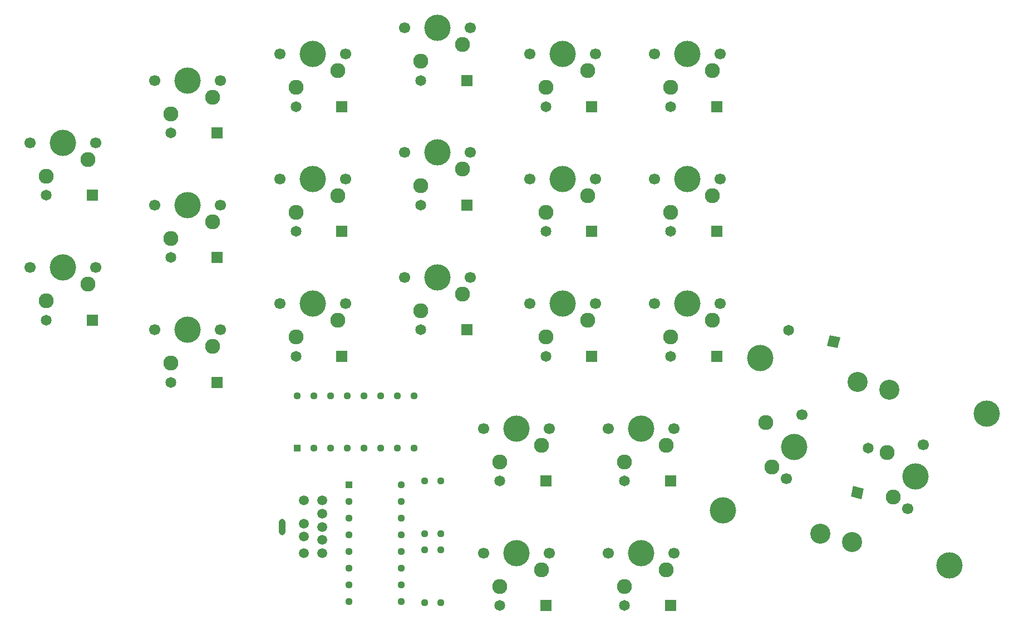
<source format=gbr>
%TF.GenerationSoftware,KiCad,Pcbnew,(5.1.10)-1*%
%TF.CreationDate,2021-08-19T22:28:45-05:00*%
%TF.ProjectId,LeftHand,4c656674-4861-46e6-942e-6b696361645f,rev?*%
%TF.SameCoordinates,Original*%
%TF.FileFunction,Soldermask,Top*%
%TF.FilePolarity,Negative*%
%FSLAX46Y46*%
G04 Gerber Fmt 4.6, Leading zero omitted, Abs format (unit mm)*
G04 Created by KiCad (PCBNEW (5.1.10)-1) date 2021-08-19 22:28:45*
%MOMM*%
%LPD*%
G01*
G04 APERTURE LIST*
%ADD10C,4.000000*%
%ADD11C,1.700000*%
%ADD12C,2.286000*%
%ADD13C,1.651000*%
%ADD14R,1.651000X1.651000*%
%ADD15C,3.050000*%
%ADD16C,0.100000*%
%ADD17C,1.130000*%
%ADD18R,1.130000X1.130000*%
%ADD19C,1.500000*%
%ADD20O,1.000000X2.500000*%
G04 APERTURE END LIST*
D10*
%TO.C,KX1*%
X59500000Y-63500000D03*
D11*
X54500000Y-63500000D03*
X64500000Y-63500000D03*
D12*
X63310000Y-66040000D03*
X56960000Y-68580000D03*
D13*
X56960000Y-71500000D03*
D14*
X63960000Y-71500000D03*
%TD*%
D15*
%TO.C,KT2_2*%
X147259150Y-76581322D03*
X141562971Y-99772009D03*
D10*
X162059236Y-80216572D03*
X156363057Y-103407259D03*
X151209000Y-89846400D03*
D11*
X152401667Y-84990729D03*
X150016333Y-94702071D03*
D12*
X147833506Y-92940547D03*
X146881513Y-86167969D03*
D13*
X144045801Y-85471451D03*
D16*
G36*
X141771305Y-91270810D02*
G01*
X143374648Y-91664629D01*
X142980829Y-93267972D01*
X141377486Y-92874153D01*
X141771305Y-91270810D01*
G37*
%TD*%
D10*
%TO.C,KT2_1*%
X121907764Y-94944228D03*
X127603943Y-71753541D03*
D15*
X142404029Y-75388791D03*
X136707850Y-98579478D03*
D10*
X132758000Y-85314400D03*
D11*
X133950667Y-80458729D03*
X131565333Y-90170071D03*
D12*
X129382506Y-88408547D03*
X128430513Y-81635969D03*
D13*
X131879707Y-67593367D03*
D16*
G36*
X138150575Y-68283603D02*
G01*
X139753918Y-68677422D01*
X139360099Y-70280765D01*
X137756756Y-69886946D01*
X138150575Y-68283603D01*
G37*
%TD*%
D10*
%TO.C,KA1*%
X40500000Y-48500000D03*
D11*
X35500000Y-48500000D03*
X45500000Y-48500000D03*
D12*
X44310000Y-51040000D03*
X37960000Y-53580000D03*
D13*
X37960000Y-56500000D03*
D14*
X44960000Y-56500000D03*
%TD*%
D10*
%TO.C,KB1*%
X116500000Y-63500000D03*
D11*
X111500000Y-63500000D03*
X121500000Y-63500000D03*
D12*
X120310000Y-66040000D03*
X113960000Y-68580000D03*
D13*
X113960000Y-71500000D03*
D14*
X120960000Y-71500000D03*
%TD*%
D10*
%TO.C,KC1*%
X78500000Y-59500000D03*
D11*
X73500000Y-59500000D03*
X83500000Y-59500000D03*
D12*
X82310000Y-62040000D03*
X75960000Y-64580000D03*
D13*
X75960000Y-67500000D03*
D14*
X82960000Y-67500000D03*
%TD*%
D10*
%TO.C,KD1*%
X78500000Y-40500000D03*
D11*
X73500000Y-40500000D03*
X83500000Y-40500000D03*
D12*
X82310000Y-43040000D03*
X75960000Y-45580000D03*
D13*
X75960000Y-48500000D03*
D14*
X82960000Y-48500000D03*
%TD*%
D10*
%TO.C,KE1*%
X78500000Y-21500000D03*
D11*
X73500000Y-21500000D03*
X83500000Y-21500000D03*
D12*
X82310000Y-24040000D03*
X75960000Y-26580000D03*
D13*
X75960000Y-29500000D03*
D14*
X82960000Y-29500000D03*
%TD*%
D10*
%TO.C,KESC1*%
X21500000Y-39000000D03*
D11*
X16500000Y-39000000D03*
X26500000Y-39000000D03*
D12*
X25310000Y-41540000D03*
X18960000Y-44080000D03*
D13*
X18960000Y-47000000D03*
D14*
X25960000Y-47000000D03*
%TD*%
D10*
%TO.C,KF1*%
X97500000Y-44500000D03*
D11*
X92500000Y-44500000D03*
X102500000Y-44500000D03*
D12*
X101310000Y-47040000D03*
X94960000Y-49580000D03*
D13*
X94960000Y-52500000D03*
D14*
X101960000Y-52500000D03*
%TD*%
D10*
%TO.C,KG1*%
X116500000Y-44500000D03*
D11*
X111500000Y-44500000D03*
X121500000Y-44500000D03*
D12*
X120310000Y-47040000D03*
X113960000Y-49580000D03*
D13*
X113960000Y-52500000D03*
D14*
X120960000Y-52500000D03*
%TD*%
D10*
%TO.C,KQ1*%
X40500000Y-29500000D03*
D11*
X35500000Y-29500000D03*
X45500000Y-29500000D03*
D12*
X44310000Y-32040000D03*
X37960000Y-34580000D03*
D13*
X37960000Y-37500000D03*
D14*
X44960000Y-37500000D03*
%TD*%
D10*
%TO.C,KR1*%
X97500000Y-25500000D03*
D11*
X92500000Y-25500000D03*
X102500000Y-25500000D03*
D12*
X101310000Y-28040000D03*
X94960000Y-30580000D03*
D13*
X94960000Y-33500000D03*
D14*
X101960000Y-33500000D03*
%TD*%
D10*
%TO.C,KS1*%
X59500000Y-44500000D03*
D11*
X54500000Y-44500000D03*
X64500000Y-44500000D03*
D12*
X63310000Y-47040000D03*
X56960000Y-49580000D03*
D13*
X56960000Y-52500000D03*
D14*
X63960000Y-52500000D03*
%TD*%
D10*
%TO.C,KT1*%
X116500000Y-25500000D03*
D11*
X111500000Y-25500000D03*
X121500000Y-25500000D03*
D12*
X120310000Y-28040000D03*
X113960000Y-30580000D03*
D13*
X113960000Y-33500000D03*
D14*
X120960000Y-33500000D03*
%TD*%
D10*
%TO.C,KTAB1*%
X21500000Y-58000000D03*
D11*
X16500000Y-58000000D03*
X26500000Y-58000000D03*
D12*
X25310000Y-60540000D03*
X18960000Y-63080000D03*
D13*
X18960000Y-66000000D03*
D14*
X25960000Y-66000000D03*
%TD*%
D10*
%TO.C,KTG_A1*%
X109500000Y-82500000D03*
D11*
X104500000Y-82500000D03*
X114500000Y-82500000D03*
D12*
X113310000Y-85040000D03*
X106960000Y-87580000D03*
D13*
X106960000Y-90500000D03*
D14*
X113960000Y-90500000D03*
%TD*%
D10*
%TO.C,KTG_B1*%
X90500000Y-82500000D03*
D11*
X85500000Y-82500000D03*
X95500000Y-82500000D03*
D12*
X94310000Y-85040000D03*
X87960000Y-87580000D03*
D13*
X87960000Y-90500000D03*
D14*
X94960000Y-90500000D03*
%TD*%
D10*
%TO.C,KTG_C1*%
X109500000Y-101500000D03*
D11*
X104500000Y-101500000D03*
X114500000Y-101500000D03*
D12*
X113310000Y-104040000D03*
X106960000Y-106580000D03*
D13*
X106960000Y-109500000D03*
D14*
X113960000Y-109500000D03*
%TD*%
D10*
%TO.C,KTG_D1*%
X90500000Y-101500000D03*
D11*
X85500000Y-101500000D03*
X95500000Y-101500000D03*
D12*
X94310000Y-104040000D03*
X87960000Y-106580000D03*
D13*
X87960000Y-109500000D03*
D14*
X94960000Y-109500000D03*
%TD*%
D10*
%TO.C,KV1*%
X97500000Y-63500000D03*
D11*
X92500000Y-63500000D03*
X102500000Y-63500000D03*
D12*
X101310000Y-66040000D03*
X94960000Y-68580000D03*
D13*
X94960000Y-71500000D03*
D14*
X101960000Y-71500000D03*
%TD*%
D10*
%TO.C,KW1*%
X59500000Y-25500000D03*
D11*
X54500000Y-25500000D03*
X64500000Y-25500000D03*
D12*
X63310000Y-28040000D03*
X56960000Y-30580000D03*
D13*
X56960000Y-33500000D03*
D14*
X63960000Y-33500000D03*
%TD*%
D10*
%TO.C,KZ1*%
X40500000Y-67500000D03*
D11*
X35500000Y-67500000D03*
X45500000Y-67500000D03*
D12*
X44310000Y-70040000D03*
X37960000Y-72580000D03*
D13*
X37960000Y-75500000D03*
D14*
X44960000Y-75500000D03*
%TD*%
D17*
%TO.C,R0*%
X76500000Y-109000000D03*
X76500000Y-101000000D03*
%TD*%
%TO.C,R1*%
X79000000Y-109000000D03*
X79000000Y-101000000D03*
%TD*%
%TO.C,R2*%
X76500000Y-90500000D03*
X76500000Y-98500000D03*
%TD*%
%TO.C,R3*%
X79000000Y-90500000D03*
X79000000Y-98500000D03*
%TD*%
%TO.C,UDEMUX1*%
X57110000Y-77530000D03*
X59650000Y-77530000D03*
X62190000Y-77530000D03*
X64730000Y-77530000D03*
X67270000Y-77530000D03*
X69810000Y-77530000D03*
X72350000Y-77530000D03*
X74890000Y-77530000D03*
X74890000Y-85470000D03*
X72350000Y-85470000D03*
X69810000Y-85470000D03*
X67270000Y-85470000D03*
X64730000Y-85470000D03*
X62190000Y-85470000D03*
X59650000Y-85470000D03*
D18*
X57110000Y-85470000D03*
%TD*%
D19*
%TO.C,UDINN9*%
X61000000Y-101500000D03*
X61000000Y-99500000D03*
X61000000Y-97500000D03*
X61000000Y-95500000D03*
X61000000Y-93500000D03*
X58200000Y-93500000D03*
X58200000Y-101500000D03*
X58200000Y-99000000D03*
X58200000Y-97000000D03*
D20*
X54850000Y-97500000D03*
%TD*%
D17*
%TO.C,UREG1*%
X72970000Y-91110000D03*
X72970000Y-93650000D03*
X72970000Y-96190000D03*
X72970000Y-98730000D03*
X72970000Y-101270000D03*
X72970000Y-103810000D03*
X72970000Y-106350000D03*
X72970000Y-108890000D03*
X65030000Y-108890000D03*
X65030000Y-106350000D03*
X65030000Y-103810000D03*
X65030000Y-101270000D03*
X65030000Y-98730000D03*
X65030000Y-96190000D03*
X65030000Y-93650000D03*
D18*
X65030000Y-91110000D03*
%TD*%
M02*

</source>
